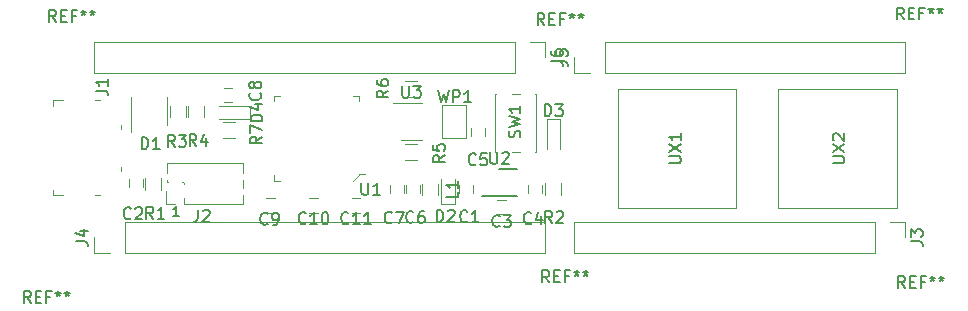
<source format=gto>
G04 #@! TF.GenerationSoftware,KiCad,Pcbnew,5.1.5*
G04 #@! TF.CreationDate,2020-09-28T17:35:44-04:00*
G04 #@! TF.ProjectId,NanoX,4e616e6f-582e-46b6-9963-61645f706362,rev?*
G04 #@! TF.SameCoordinates,Original*
G04 #@! TF.FileFunction,Legend,Top*
G04 #@! TF.FilePolarity,Positive*
%FSLAX46Y46*%
G04 Gerber Fmt 4.6, Leading zero omitted, Abs format (unit mm)*
G04 Created by KiCad (PCBNEW 5.1.5) date 2020-09-28 17:35:44*
%MOMM*%
%LPD*%
G04 APERTURE LIST*
%ADD10C,0.150000*%
%ADD11C,0.120000*%
%ADD12C,0.100000*%
G04 APERTURE END LIST*
D10*
X116052571Y-99421904D02*
X115595428Y-99421904D01*
X115824000Y-99421904D02*
X115824000Y-98621904D01*
X115747809Y-98736190D01*
X115671619Y-98812380D01*
X115595428Y-98850476D01*
D11*
X134857600Y-92974600D02*
X136617600Y-92974600D01*
X136617600Y-89904600D02*
X134187600Y-89904600D01*
D10*
X143205200Y-95496600D02*
X144705200Y-95496600D01*
X141705200Y-97746600D02*
X144705200Y-97746600D01*
D11*
X153242000Y-88726000D02*
X163242000Y-88726000D01*
X153242000Y-98726000D02*
X153242000Y-88726000D01*
X163242000Y-98726000D02*
X153242000Y-98726000D01*
X163242000Y-88726000D02*
X163242000Y-98726000D01*
X149520600Y-87334400D02*
X149520600Y-86004400D01*
X150850600Y-87334400D02*
X149520600Y-87334400D01*
X152120600Y-87334400D02*
X152120600Y-84674400D01*
X152120600Y-84674400D02*
X177580600Y-84674400D01*
X152120600Y-87334400D02*
X177580600Y-87334400D01*
X177580600Y-87334400D02*
X177580600Y-84674400D01*
X176831000Y-98726000D02*
X166831000Y-98726000D01*
X176831000Y-88726000D02*
X176831000Y-98726000D01*
X166831000Y-88726000D02*
X176831000Y-88726000D01*
X166831000Y-98726000D02*
X166831000Y-88726000D01*
X149520600Y-99914400D02*
X149520600Y-102574400D01*
X174980600Y-99914400D02*
X149520600Y-99914400D01*
X174980600Y-102574400D02*
X149520600Y-102574400D01*
X174980600Y-99914400D02*
X174980600Y-102574400D01*
X176250600Y-99914400D02*
X177580600Y-99914400D01*
X177580600Y-99914400D02*
X177580600Y-101244400D01*
X115080000Y-91773000D02*
X115080000Y-89373000D01*
X111980000Y-89373000D02*
X111980000Y-92323000D01*
D12*
X131347800Y-89739600D02*
X131347800Y-89239600D01*
X131347800Y-89239600D02*
X130847800Y-89239600D01*
X124147800Y-89739600D02*
X124147800Y-89239600D01*
X124147800Y-89239600D02*
X124647800Y-89239600D01*
X124647800Y-96439600D02*
X124147800Y-96439600D01*
X124147800Y-96439600D02*
X124147800Y-95939600D01*
X130847800Y-96439600D02*
X131347800Y-95939600D01*
X131347800Y-95939600D02*
X131347800Y-95839600D01*
X131347800Y-95839600D02*
X131847800Y-95839600D01*
D11*
X118180400Y-90084200D02*
X118180400Y-91084200D01*
X116820400Y-91084200D02*
X116820400Y-90084200D01*
X108880600Y-84674400D02*
X108880600Y-87334400D01*
X144500600Y-84674400D02*
X108880600Y-84674400D01*
X144500600Y-87334400D02*
X108880600Y-87334400D01*
X144500600Y-84674400D02*
X144500600Y-87334400D01*
X145770600Y-84674400D02*
X147100600Y-84674400D01*
X147100600Y-84674400D02*
X147100600Y-86004400D01*
X122094400Y-91228000D02*
X119494400Y-91228000D01*
X122094400Y-90128000D02*
X119494400Y-90128000D01*
X122094400Y-91228000D02*
X122094400Y-90128000D01*
X119893600Y-88579400D02*
X120593600Y-88579400D01*
X120593600Y-89779400D02*
X119893600Y-89779400D01*
X124164800Y-99152000D02*
X123464800Y-99152000D01*
X123464800Y-97952000D02*
X124164800Y-97952000D01*
X140344400Y-92840000D02*
X138344400Y-92840000D01*
X140344400Y-90040000D02*
X140344400Y-92840000D01*
X138344400Y-90040000D02*
X140344400Y-90040000D01*
X138344400Y-92840000D02*
X138344400Y-90040000D01*
X142826800Y-89117000D02*
X142926800Y-89117000D01*
X146326800Y-89117000D02*
X146226800Y-89117000D01*
X146226800Y-94017000D02*
X146326800Y-94017000D01*
X142826800Y-94017000D02*
X142926800Y-94017000D01*
X144226800Y-94017000D02*
X144926800Y-94017000D01*
X144226800Y-89117000D02*
X144926800Y-89117000D01*
X142826800Y-89117000D02*
X142826800Y-94017000D01*
X146326800Y-94017000D02*
X146326800Y-89117000D01*
X120802200Y-92831200D02*
X119802200Y-92831200D01*
X119802200Y-91471200D02*
X120802200Y-91471200D01*
X135245400Y-88042200D02*
X136245400Y-88042200D01*
X136245400Y-89402200D02*
X135245400Y-89402200D01*
X136194600Y-94736200D02*
X135194600Y-94736200D01*
X135194600Y-93376200D02*
X136194600Y-93376200D01*
X116681800Y-90094000D02*
X116681800Y-91094000D01*
X115321800Y-91094000D02*
X115321800Y-90094000D01*
X148431800Y-96662800D02*
X148431800Y-97662800D01*
X147071800Y-97662800D02*
X147071800Y-96662800D01*
X113162800Y-97197800D02*
X113162800Y-96197800D01*
X114522800Y-96197800D02*
X114522800Y-97197800D01*
X136683200Y-97698000D02*
X136683200Y-96698000D01*
X138043200Y-96698000D02*
X138043200Y-97698000D01*
X147100600Y-102574400D02*
X147100600Y-99914400D01*
X111480600Y-102574400D02*
X147100600Y-102574400D01*
X111480600Y-99914400D02*
X147100600Y-99914400D01*
X111480600Y-102574400D02*
X111480600Y-99914400D01*
X110210600Y-102574400D02*
X108880600Y-102574400D01*
X108880600Y-102574400D02*
X108880600Y-101244400D01*
X114987800Y-98462800D02*
X114987800Y-97332800D01*
X115747800Y-98462800D02*
X114987800Y-98462800D01*
X115052800Y-95755270D02*
X115052800Y-94932800D01*
X115052800Y-96572800D02*
X115052800Y-96370330D01*
X115184329Y-96572800D02*
X115052800Y-96572800D01*
X116454329Y-96572800D02*
X116311271Y-96572800D01*
X116507800Y-96769329D02*
X116507800Y-96626271D01*
X116507800Y-98462800D02*
X116507800Y-97896271D01*
X115052800Y-94932800D02*
X121522800Y-94932800D01*
X116507800Y-98462800D02*
X121522800Y-98462800D01*
X121522800Y-97025270D02*
X121522800Y-96370330D01*
X121522800Y-95755270D02*
X121522800Y-94932800D01*
X121522800Y-98462800D02*
X121522800Y-97640330D01*
D12*
X109423000Y-97699800D02*
X108923000Y-97699800D01*
X111173000Y-95299800D02*
X111173000Y-95599800D01*
X109423000Y-89599800D02*
X108973000Y-89599800D01*
X111173000Y-91749800D02*
X111173000Y-92049800D01*
X106223000Y-89599800D02*
X105423000Y-89599800D01*
X105423000Y-89599800D02*
X105423000Y-90099800D01*
X105423000Y-97249800D02*
X105423000Y-97699800D01*
X105423000Y-97699800D02*
X106273000Y-97699800D01*
D11*
X148301800Y-91189400D02*
X147201800Y-91189400D01*
X147201800Y-91189400D02*
X147201800Y-93789400D01*
X148301800Y-91189400D02*
X148301800Y-93789400D01*
X138291800Y-98392400D02*
X139431800Y-98392400D01*
X139431800Y-98392400D02*
X139431800Y-96292400D01*
X138291800Y-98392400D02*
X138291800Y-96292400D01*
X130739400Y-97952000D02*
X131439400Y-97952000D01*
X131439400Y-99152000D02*
X130739400Y-99152000D01*
X127807200Y-99152000D02*
X127107200Y-99152000D01*
X127107200Y-97952000D02*
X127807200Y-97952000D01*
X135143800Y-96830400D02*
X135143800Y-97530400D01*
X133943800Y-97530400D02*
X133943800Y-96830400D01*
X136464600Y-96830000D02*
X136464600Y-97530000D01*
X135264600Y-97530000D02*
X135264600Y-96830000D01*
X142001800Y-91968800D02*
X142001800Y-92668800D01*
X140801800Y-92668800D02*
X140801800Y-91968800D01*
X146802400Y-96789800D02*
X146802400Y-97489800D01*
X145602400Y-97489800D02*
X145602400Y-96789800D01*
X143733000Y-99253600D02*
X143033000Y-99253600D01*
X143033000Y-98053600D02*
X143733000Y-98053600D01*
X113045800Y-96297000D02*
X113045800Y-96997000D01*
X111845800Y-96997000D02*
X111845800Y-96297000D01*
X140960400Y-96794800D02*
X140960400Y-97494800D01*
X139760400Y-97494800D02*
X139760400Y-96794800D01*
D10*
X147409066Y-105049580D02*
X147075733Y-104573390D01*
X146837638Y-105049580D02*
X146837638Y-104049580D01*
X147218590Y-104049580D01*
X147313828Y-104097200D01*
X147361447Y-104144819D01*
X147409066Y-104240057D01*
X147409066Y-104382914D01*
X147361447Y-104478152D01*
X147313828Y-104525771D01*
X147218590Y-104573390D01*
X146837638Y-104573390D01*
X147837638Y-104525771D02*
X148170971Y-104525771D01*
X148313828Y-105049580D02*
X147837638Y-105049580D01*
X147837638Y-104049580D01*
X148313828Y-104049580D01*
X149075733Y-104525771D02*
X148742400Y-104525771D01*
X148742400Y-105049580D02*
X148742400Y-104049580D01*
X149218590Y-104049580D01*
X149742400Y-104049580D02*
X149742400Y-104287676D01*
X149504304Y-104192438D02*
X149742400Y-104287676D01*
X149980495Y-104192438D01*
X149599542Y-104478152D02*
X149742400Y-104287676D01*
X149885257Y-104478152D01*
X150504304Y-104049580D02*
X150504304Y-104287676D01*
X150266209Y-104192438D02*
X150504304Y-104287676D01*
X150742400Y-104192438D01*
X150361447Y-104478152D02*
X150504304Y-104287676D01*
X150647161Y-104478152D01*
X147002666Y-83256380D02*
X146669333Y-82780190D01*
X146431238Y-83256380D02*
X146431238Y-82256380D01*
X146812190Y-82256380D01*
X146907428Y-82304000D01*
X146955047Y-82351619D01*
X147002666Y-82446857D01*
X147002666Y-82589714D01*
X146955047Y-82684952D01*
X146907428Y-82732571D01*
X146812190Y-82780190D01*
X146431238Y-82780190D01*
X147431238Y-82732571D02*
X147764571Y-82732571D01*
X147907428Y-83256380D02*
X147431238Y-83256380D01*
X147431238Y-82256380D01*
X147907428Y-82256380D01*
X148669333Y-82732571D02*
X148336000Y-82732571D01*
X148336000Y-83256380D02*
X148336000Y-82256380D01*
X148812190Y-82256380D01*
X149336000Y-82256380D02*
X149336000Y-82494476D01*
X149097904Y-82399238D02*
X149336000Y-82494476D01*
X149574095Y-82399238D01*
X149193142Y-82684952D02*
X149336000Y-82494476D01*
X149478857Y-82684952D01*
X150097904Y-82256380D02*
X150097904Y-82494476D01*
X149859809Y-82399238D02*
X150097904Y-82494476D01*
X150336000Y-82399238D01*
X149955047Y-82684952D02*
X150097904Y-82494476D01*
X150240761Y-82684952D01*
X134975695Y-88416980D02*
X134975695Y-89226504D01*
X135023314Y-89321742D01*
X135070933Y-89369361D01*
X135166171Y-89416980D01*
X135356647Y-89416980D01*
X135451885Y-89369361D01*
X135499504Y-89321742D01*
X135547123Y-89226504D01*
X135547123Y-88416980D01*
X135928076Y-88416980D02*
X136547123Y-88416980D01*
X136213790Y-88797933D01*
X136356647Y-88797933D01*
X136451885Y-88845552D01*
X136499504Y-88893171D01*
X136547123Y-88988409D01*
X136547123Y-89226504D01*
X136499504Y-89321742D01*
X136451885Y-89369361D01*
X136356647Y-89416980D01*
X136070933Y-89416980D01*
X135975695Y-89369361D01*
X135928076Y-89321742D01*
X142443295Y-94023980D02*
X142443295Y-94833504D01*
X142490914Y-94928742D01*
X142538533Y-94976361D01*
X142633771Y-95023980D01*
X142824247Y-95023980D01*
X142919485Y-94976361D01*
X142967104Y-94928742D01*
X143014723Y-94833504D01*
X143014723Y-94023980D01*
X143443295Y-94119219D02*
X143490914Y-94071600D01*
X143586152Y-94023980D01*
X143824247Y-94023980D01*
X143919485Y-94071600D01*
X143967104Y-94119219D01*
X144014723Y-94214457D01*
X144014723Y-94309695D01*
X143967104Y-94452552D01*
X143395676Y-95023980D01*
X144014723Y-95023980D01*
X157567380Y-94964095D02*
X158376904Y-94964095D01*
X158472142Y-94916476D01*
X158519761Y-94868857D01*
X158567380Y-94773619D01*
X158567380Y-94583142D01*
X158519761Y-94487904D01*
X158472142Y-94440285D01*
X158376904Y-94392666D01*
X157567380Y-94392666D01*
X157567380Y-94011714D02*
X158567380Y-93345047D01*
X157567380Y-93345047D02*
X158567380Y-94011714D01*
X158567380Y-92440285D02*
X158567380Y-93011714D01*
X158567380Y-92726000D02*
X157567380Y-92726000D01*
X157710238Y-92821238D01*
X157805476Y-92916476D01*
X157853095Y-93011714D01*
X147972980Y-86337733D02*
X148687266Y-86337733D01*
X148830123Y-86385352D01*
X148925361Y-86480590D01*
X148972980Y-86623447D01*
X148972980Y-86718685D01*
X147972980Y-85385352D02*
X147972980Y-85861542D01*
X148449171Y-85909161D01*
X148401552Y-85861542D01*
X148353933Y-85766304D01*
X148353933Y-85528209D01*
X148401552Y-85432971D01*
X148449171Y-85385352D01*
X148544409Y-85337733D01*
X148782504Y-85337733D01*
X148877742Y-85385352D01*
X148925361Y-85432971D01*
X148972980Y-85528209D01*
X148972980Y-85766304D01*
X148925361Y-85861542D01*
X148877742Y-85909161D01*
X171410380Y-94964095D02*
X172219904Y-94964095D01*
X172315142Y-94916476D01*
X172362761Y-94868857D01*
X172410380Y-94773619D01*
X172410380Y-94583142D01*
X172362761Y-94487904D01*
X172315142Y-94440285D01*
X172219904Y-94392666D01*
X171410380Y-94392666D01*
X171410380Y-94011714D02*
X172410380Y-93345047D01*
X171410380Y-93345047D02*
X172410380Y-94011714D01*
X171505619Y-93011714D02*
X171458000Y-92964095D01*
X171410380Y-92868857D01*
X171410380Y-92630761D01*
X171458000Y-92535523D01*
X171505619Y-92487904D01*
X171600857Y-92440285D01*
X171696095Y-92440285D01*
X171838952Y-92487904D01*
X172410380Y-93059333D01*
X172410380Y-92440285D01*
X178032980Y-101577733D02*
X178747266Y-101577733D01*
X178890123Y-101625352D01*
X178985361Y-101720590D01*
X179032980Y-101863447D01*
X179032980Y-101958685D01*
X178032980Y-101196780D02*
X178032980Y-100577733D01*
X178413933Y-100911066D01*
X178413933Y-100768209D01*
X178461552Y-100672971D01*
X178509171Y-100625352D01*
X178604409Y-100577733D01*
X178842504Y-100577733D01*
X178937742Y-100625352D01*
X178985361Y-100672971D01*
X179032980Y-100768209D01*
X179032980Y-101053923D01*
X178985361Y-101149161D01*
X178937742Y-101196780D01*
X112901504Y-93771980D02*
X112901504Y-92771980D01*
X113139600Y-92771980D01*
X113282457Y-92819600D01*
X113377695Y-92914838D01*
X113425314Y-93010076D01*
X113472933Y-93200552D01*
X113472933Y-93343409D01*
X113425314Y-93533885D01*
X113377695Y-93629123D01*
X113282457Y-93724361D01*
X113139600Y-93771980D01*
X112901504Y-93771980D01*
X114425314Y-93771980D02*
X113853885Y-93771980D01*
X114139600Y-93771980D02*
X114139600Y-92771980D01*
X114044361Y-92914838D01*
X113949123Y-93010076D01*
X113853885Y-93057695D01*
X131521295Y-96632780D02*
X131521295Y-97442304D01*
X131568914Y-97537542D01*
X131616533Y-97585161D01*
X131711771Y-97632780D01*
X131902247Y-97632780D01*
X131997485Y-97585161D01*
X132045104Y-97537542D01*
X132092723Y-97442304D01*
X132092723Y-96632780D01*
X133092723Y-97632780D02*
X132521295Y-97632780D01*
X132807009Y-97632780D02*
X132807009Y-96632780D01*
X132711771Y-96775638D01*
X132616533Y-96870876D01*
X132521295Y-96918495D01*
X117536933Y-93517980D02*
X117203600Y-93041790D01*
X116965504Y-93517980D02*
X116965504Y-92517980D01*
X117346457Y-92517980D01*
X117441695Y-92565600D01*
X117489314Y-92613219D01*
X117536933Y-92708457D01*
X117536933Y-92851314D01*
X117489314Y-92946552D01*
X117441695Y-92994171D01*
X117346457Y-93041790D01*
X116965504Y-93041790D01*
X118394076Y-92851314D02*
X118394076Y-93517980D01*
X118155980Y-92470361D02*
X117917885Y-93184647D01*
X118536933Y-93184647D01*
X147552980Y-86337733D02*
X148267266Y-86337733D01*
X148410123Y-86385352D01*
X148505361Y-86480590D01*
X148552980Y-86623447D01*
X148552980Y-86718685D01*
X147552980Y-85432971D02*
X147552980Y-85623447D01*
X147600600Y-85718685D01*
X147648219Y-85766304D01*
X147791076Y-85861542D01*
X147981552Y-85909161D01*
X148362504Y-85909161D01*
X148457742Y-85861542D01*
X148505361Y-85813923D01*
X148552980Y-85718685D01*
X148552980Y-85528209D01*
X148505361Y-85432971D01*
X148457742Y-85385352D01*
X148362504Y-85337733D01*
X148124409Y-85337733D01*
X148029171Y-85385352D01*
X147981552Y-85432971D01*
X147933933Y-85528209D01*
X147933933Y-85718685D01*
X147981552Y-85813923D01*
X148029171Y-85861542D01*
X148124409Y-85909161D01*
X123134380Y-91416095D02*
X122134380Y-91416095D01*
X122134380Y-91178000D01*
X122182000Y-91035142D01*
X122277238Y-90939904D01*
X122372476Y-90892285D01*
X122562952Y-90844666D01*
X122705809Y-90844666D01*
X122896285Y-90892285D01*
X122991523Y-90939904D01*
X123086761Y-91035142D01*
X123134380Y-91178000D01*
X123134380Y-91416095D01*
X122467714Y-89987523D02*
X123134380Y-89987523D01*
X122086761Y-90225619D02*
X122801047Y-90463714D01*
X122801047Y-89844666D01*
X122937542Y-89015866D02*
X122985161Y-89063485D01*
X123032780Y-89206342D01*
X123032780Y-89301580D01*
X122985161Y-89444438D01*
X122889923Y-89539676D01*
X122794685Y-89587295D01*
X122604209Y-89634914D01*
X122461352Y-89634914D01*
X122270876Y-89587295D01*
X122175638Y-89539676D01*
X122080400Y-89444438D01*
X122032780Y-89301580D01*
X122032780Y-89206342D01*
X122080400Y-89063485D01*
X122128019Y-89015866D01*
X122461352Y-88444438D02*
X122413733Y-88539676D01*
X122366114Y-88587295D01*
X122270876Y-88634914D01*
X122223257Y-88634914D01*
X122128019Y-88587295D01*
X122080400Y-88539676D01*
X122032780Y-88444438D01*
X122032780Y-88253961D01*
X122080400Y-88158723D01*
X122128019Y-88111104D01*
X122223257Y-88063485D01*
X122270876Y-88063485D01*
X122366114Y-88111104D01*
X122413733Y-88158723D01*
X122461352Y-88253961D01*
X122461352Y-88444438D01*
X122508971Y-88539676D01*
X122556590Y-88587295D01*
X122651828Y-88634914D01*
X122842304Y-88634914D01*
X122937542Y-88587295D01*
X122985161Y-88539676D01*
X123032780Y-88444438D01*
X123032780Y-88253961D01*
X122985161Y-88158723D01*
X122937542Y-88111104D01*
X122842304Y-88063485D01*
X122651828Y-88063485D01*
X122556590Y-88111104D01*
X122508971Y-88158723D01*
X122461352Y-88253961D01*
X123582133Y-100077542D02*
X123534514Y-100125161D01*
X123391657Y-100172780D01*
X123296419Y-100172780D01*
X123153561Y-100125161D01*
X123058323Y-100029923D01*
X123010704Y-99934685D01*
X122963085Y-99744209D01*
X122963085Y-99601352D01*
X123010704Y-99410876D01*
X123058323Y-99315638D01*
X123153561Y-99220400D01*
X123296419Y-99172780D01*
X123391657Y-99172780D01*
X123534514Y-99220400D01*
X123582133Y-99268019D01*
X124058323Y-100172780D02*
X124248800Y-100172780D01*
X124344038Y-100125161D01*
X124391657Y-100077542D01*
X124486895Y-99934685D01*
X124534514Y-99744209D01*
X124534514Y-99363257D01*
X124486895Y-99268019D01*
X124439276Y-99220400D01*
X124344038Y-99172780D01*
X124153561Y-99172780D01*
X124058323Y-99220400D01*
X124010704Y-99268019D01*
X123963085Y-99363257D01*
X123963085Y-99601352D01*
X124010704Y-99696590D01*
X124058323Y-99744209D01*
X124153561Y-99791828D01*
X124344038Y-99791828D01*
X124439276Y-99744209D01*
X124486895Y-99696590D01*
X124534514Y-99601352D01*
X138041238Y-88809580D02*
X138279333Y-89809580D01*
X138469809Y-89095295D01*
X138660285Y-89809580D01*
X138898380Y-88809580D01*
X139279333Y-89809580D02*
X139279333Y-88809580D01*
X139660285Y-88809580D01*
X139755523Y-88857200D01*
X139803142Y-88904819D01*
X139850761Y-89000057D01*
X139850761Y-89142914D01*
X139803142Y-89238152D01*
X139755523Y-89285771D01*
X139660285Y-89333390D01*
X139279333Y-89333390D01*
X140803142Y-89809580D02*
X140231714Y-89809580D01*
X140517428Y-89809580D02*
X140517428Y-88809580D01*
X140422190Y-88952438D01*
X140326952Y-89047676D01*
X140231714Y-89095295D01*
X177533466Y-105506780D02*
X177200133Y-105030590D01*
X176962038Y-105506780D02*
X176962038Y-104506780D01*
X177342990Y-104506780D01*
X177438228Y-104554400D01*
X177485847Y-104602019D01*
X177533466Y-104697257D01*
X177533466Y-104840114D01*
X177485847Y-104935352D01*
X177438228Y-104982971D01*
X177342990Y-105030590D01*
X176962038Y-105030590D01*
X177962038Y-104982971D02*
X178295371Y-104982971D01*
X178438228Y-105506780D02*
X177962038Y-105506780D01*
X177962038Y-104506780D01*
X178438228Y-104506780D01*
X179200133Y-104982971D02*
X178866800Y-104982971D01*
X178866800Y-105506780D02*
X178866800Y-104506780D01*
X179342990Y-104506780D01*
X179866800Y-104506780D02*
X179866800Y-104744876D01*
X179628704Y-104649638D02*
X179866800Y-104744876D01*
X180104895Y-104649638D01*
X179723942Y-104935352D02*
X179866800Y-104744876D01*
X180009657Y-104935352D01*
X180628704Y-104506780D02*
X180628704Y-104744876D01*
X180390609Y-104649638D02*
X180628704Y-104744876D01*
X180866800Y-104649638D01*
X180485847Y-104935352D02*
X180628704Y-104744876D01*
X180771561Y-104935352D01*
X177431866Y-82799180D02*
X177098533Y-82322990D01*
X176860438Y-82799180D02*
X176860438Y-81799180D01*
X177241390Y-81799180D01*
X177336628Y-81846800D01*
X177384247Y-81894419D01*
X177431866Y-81989657D01*
X177431866Y-82132514D01*
X177384247Y-82227752D01*
X177336628Y-82275371D01*
X177241390Y-82322990D01*
X176860438Y-82322990D01*
X177860438Y-82275371D02*
X178193771Y-82275371D01*
X178336628Y-82799180D02*
X177860438Y-82799180D01*
X177860438Y-81799180D01*
X178336628Y-81799180D01*
X179098533Y-82275371D02*
X178765200Y-82275371D01*
X178765200Y-82799180D02*
X178765200Y-81799180D01*
X179241390Y-81799180D01*
X179765200Y-81799180D02*
X179765200Y-82037276D01*
X179527104Y-81942038D02*
X179765200Y-82037276D01*
X180003295Y-81942038D01*
X179622342Y-82227752D02*
X179765200Y-82037276D01*
X179908057Y-82227752D01*
X180527104Y-81799180D02*
X180527104Y-82037276D01*
X180289009Y-81942038D02*
X180527104Y-82037276D01*
X180765200Y-81942038D01*
X180384247Y-82227752D02*
X180527104Y-82037276D01*
X180669961Y-82227752D01*
X105651466Y-83002380D02*
X105318133Y-82526190D01*
X105080038Y-83002380D02*
X105080038Y-82002380D01*
X105460990Y-82002380D01*
X105556228Y-82050000D01*
X105603847Y-82097619D01*
X105651466Y-82192857D01*
X105651466Y-82335714D01*
X105603847Y-82430952D01*
X105556228Y-82478571D01*
X105460990Y-82526190D01*
X105080038Y-82526190D01*
X106080038Y-82478571D02*
X106413371Y-82478571D01*
X106556228Y-83002380D02*
X106080038Y-83002380D01*
X106080038Y-82002380D01*
X106556228Y-82002380D01*
X107318133Y-82478571D02*
X106984800Y-82478571D01*
X106984800Y-83002380D02*
X106984800Y-82002380D01*
X107460990Y-82002380D01*
X107984800Y-82002380D02*
X107984800Y-82240476D01*
X107746704Y-82145238D02*
X107984800Y-82240476D01*
X108222895Y-82145238D01*
X107841942Y-82430952D02*
X107984800Y-82240476D01*
X108127657Y-82430952D01*
X108746704Y-82002380D02*
X108746704Y-82240476D01*
X108508609Y-82145238D02*
X108746704Y-82240476D01*
X108984800Y-82145238D01*
X108603847Y-82430952D02*
X108746704Y-82240476D01*
X108889561Y-82430952D01*
X103517866Y-106776780D02*
X103184533Y-106300590D01*
X102946438Y-106776780D02*
X102946438Y-105776780D01*
X103327390Y-105776780D01*
X103422628Y-105824400D01*
X103470247Y-105872019D01*
X103517866Y-105967257D01*
X103517866Y-106110114D01*
X103470247Y-106205352D01*
X103422628Y-106252971D01*
X103327390Y-106300590D01*
X102946438Y-106300590D01*
X103946438Y-106252971D02*
X104279771Y-106252971D01*
X104422628Y-106776780D02*
X103946438Y-106776780D01*
X103946438Y-105776780D01*
X104422628Y-105776780D01*
X105184533Y-106252971D02*
X104851200Y-106252971D01*
X104851200Y-106776780D02*
X104851200Y-105776780D01*
X105327390Y-105776780D01*
X105851200Y-105776780D02*
X105851200Y-106014876D01*
X105613104Y-105919638D02*
X105851200Y-106014876D01*
X106089295Y-105919638D01*
X105708342Y-106205352D02*
X105851200Y-106014876D01*
X105994057Y-106205352D01*
X106613104Y-105776780D02*
X106613104Y-106014876D01*
X106375009Y-105919638D02*
X106613104Y-106014876D01*
X106851200Y-105919638D01*
X106470247Y-106205352D02*
X106613104Y-106014876D01*
X106755961Y-106205352D01*
X144930761Y-92773333D02*
X144978380Y-92630476D01*
X144978380Y-92392380D01*
X144930761Y-92297142D01*
X144883142Y-92249523D01*
X144787904Y-92201904D01*
X144692666Y-92201904D01*
X144597428Y-92249523D01*
X144549809Y-92297142D01*
X144502190Y-92392380D01*
X144454571Y-92582857D01*
X144406952Y-92678095D01*
X144359333Y-92725714D01*
X144264095Y-92773333D01*
X144168857Y-92773333D01*
X144073619Y-92725714D01*
X144026000Y-92678095D01*
X143978380Y-92582857D01*
X143978380Y-92344761D01*
X144026000Y-92201904D01*
X143978380Y-91868571D02*
X144978380Y-91630476D01*
X144264095Y-91440000D01*
X144978380Y-91249523D01*
X143978380Y-91011428D01*
X144978380Y-90106666D02*
X144978380Y-90678095D01*
X144978380Y-90392380D02*
X143978380Y-90392380D01*
X144121238Y-90487619D01*
X144216476Y-90582857D01*
X144264095Y-90678095D01*
X123083580Y-92724266D02*
X122607390Y-93057600D01*
X123083580Y-93295695D02*
X122083580Y-93295695D01*
X122083580Y-92914742D01*
X122131200Y-92819504D01*
X122178819Y-92771885D01*
X122274057Y-92724266D01*
X122416914Y-92724266D01*
X122512152Y-92771885D01*
X122559771Y-92819504D01*
X122607390Y-92914742D01*
X122607390Y-93295695D01*
X122083580Y-92390933D02*
X122083580Y-91724266D01*
X123083580Y-92152838D01*
X133802380Y-88812666D02*
X133326190Y-89146000D01*
X133802380Y-89384095D02*
X132802380Y-89384095D01*
X132802380Y-89003142D01*
X132850000Y-88907904D01*
X132897619Y-88860285D01*
X132992857Y-88812666D01*
X133135714Y-88812666D01*
X133230952Y-88860285D01*
X133278571Y-88907904D01*
X133326190Y-89003142D01*
X133326190Y-89384095D01*
X132802380Y-87955523D02*
X132802380Y-88146000D01*
X132850000Y-88241238D01*
X132897619Y-88288857D01*
X133040476Y-88384095D01*
X133230952Y-88431714D01*
X133611904Y-88431714D01*
X133707142Y-88384095D01*
X133754761Y-88336476D01*
X133802380Y-88241238D01*
X133802380Y-88050761D01*
X133754761Y-87955523D01*
X133707142Y-87907904D01*
X133611904Y-87860285D01*
X133373809Y-87860285D01*
X133278571Y-87907904D01*
X133230952Y-87955523D01*
X133183333Y-88050761D01*
X133183333Y-88241238D01*
X133230952Y-88336476D01*
X133278571Y-88384095D01*
X133373809Y-88431714D01*
X138577580Y-94299066D02*
X138101390Y-94632400D01*
X138577580Y-94870495D02*
X137577580Y-94870495D01*
X137577580Y-94489542D01*
X137625200Y-94394304D01*
X137672819Y-94346685D01*
X137768057Y-94299066D01*
X137910914Y-94299066D01*
X138006152Y-94346685D01*
X138053771Y-94394304D01*
X138101390Y-94489542D01*
X138101390Y-94870495D01*
X137577580Y-93394304D02*
X137577580Y-93870495D01*
X138053771Y-93918114D01*
X138006152Y-93870495D01*
X137958533Y-93775257D01*
X137958533Y-93537161D01*
X138006152Y-93441923D01*
X138053771Y-93394304D01*
X138149009Y-93346685D01*
X138387104Y-93346685D01*
X138482342Y-93394304D01*
X138529961Y-93441923D01*
X138577580Y-93537161D01*
X138577580Y-93775257D01*
X138529961Y-93870495D01*
X138482342Y-93918114D01*
X115708133Y-93568780D02*
X115374800Y-93092590D01*
X115136704Y-93568780D02*
X115136704Y-92568780D01*
X115517657Y-92568780D01*
X115612895Y-92616400D01*
X115660514Y-92664019D01*
X115708133Y-92759257D01*
X115708133Y-92902114D01*
X115660514Y-92997352D01*
X115612895Y-93044971D01*
X115517657Y-93092590D01*
X115136704Y-93092590D01*
X116041466Y-92568780D02*
X116660514Y-92568780D01*
X116327180Y-92949733D01*
X116470038Y-92949733D01*
X116565276Y-92997352D01*
X116612895Y-93044971D01*
X116660514Y-93140209D01*
X116660514Y-93378304D01*
X116612895Y-93473542D01*
X116565276Y-93521161D01*
X116470038Y-93568780D01*
X116184323Y-93568780D01*
X116089085Y-93521161D01*
X116041466Y-93473542D01*
X147661333Y-100020380D02*
X147328000Y-99544190D01*
X147089904Y-100020380D02*
X147089904Y-99020380D01*
X147470857Y-99020380D01*
X147566095Y-99068000D01*
X147613714Y-99115619D01*
X147661333Y-99210857D01*
X147661333Y-99353714D01*
X147613714Y-99448952D01*
X147566095Y-99496571D01*
X147470857Y-99544190D01*
X147089904Y-99544190D01*
X148042285Y-99115619D02*
X148089904Y-99068000D01*
X148185142Y-99020380D01*
X148423238Y-99020380D01*
X148518476Y-99068000D01*
X148566095Y-99115619D01*
X148613714Y-99210857D01*
X148613714Y-99306095D01*
X148566095Y-99448952D01*
X147994666Y-100020380D01*
X148613714Y-100020380D01*
X113879333Y-99664780D02*
X113546000Y-99188590D01*
X113307904Y-99664780D02*
X113307904Y-98664780D01*
X113688857Y-98664780D01*
X113784095Y-98712400D01*
X113831714Y-98760019D01*
X113879333Y-98855257D01*
X113879333Y-98998114D01*
X113831714Y-99093352D01*
X113784095Y-99140971D01*
X113688857Y-99188590D01*
X113307904Y-99188590D01*
X114831714Y-99664780D02*
X114260285Y-99664780D01*
X114546000Y-99664780D02*
X114546000Y-98664780D01*
X114450761Y-98807638D01*
X114355523Y-98902876D01*
X114260285Y-98950495D01*
X139715580Y-97364666D02*
X139715580Y-97840857D01*
X138715580Y-97840857D01*
X139715580Y-96507523D02*
X139715580Y-97078952D01*
X139715580Y-96793238D02*
X138715580Y-96793238D01*
X138858438Y-96888476D01*
X138953676Y-96983714D01*
X139001295Y-97078952D01*
X107332980Y-101577733D02*
X108047266Y-101577733D01*
X108190123Y-101625352D01*
X108285361Y-101720590D01*
X108332980Y-101863447D01*
X108332980Y-101958685D01*
X107666314Y-100672971D02*
X108332980Y-100672971D01*
X107285361Y-100911066D02*
X107999647Y-101149161D01*
X107999647Y-100530114D01*
X117675066Y-98918780D02*
X117675066Y-99633066D01*
X117627447Y-99775923D01*
X117532209Y-99871161D01*
X117389352Y-99918780D01*
X117294114Y-99918780D01*
X118103638Y-99014019D02*
X118151257Y-98966400D01*
X118246495Y-98918780D01*
X118484590Y-98918780D01*
X118579828Y-98966400D01*
X118627447Y-99014019D01*
X118675066Y-99109257D01*
X118675066Y-99204495D01*
X118627447Y-99347352D01*
X118056019Y-99918780D01*
X118675066Y-99918780D01*
X109027980Y-88826933D02*
X109742266Y-88826933D01*
X109885123Y-88874552D01*
X109980361Y-88969790D01*
X110027980Y-89112647D01*
X110027980Y-89207885D01*
X110027980Y-87826933D02*
X110027980Y-88398361D01*
X110027980Y-88112647D02*
X109027980Y-88112647D01*
X109170838Y-88207885D01*
X109266076Y-88303123D01*
X109313695Y-88398361D01*
X147039104Y-90977980D02*
X147039104Y-89977980D01*
X147277200Y-89977980D01*
X147420057Y-90025600D01*
X147515295Y-90120838D01*
X147562914Y-90216076D01*
X147610533Y-90406552D01*
X147610533Y-90549409D01*
X147562914Y-90739885D01*
X147515295Y-90835123D01*
X147420057Y-90930361D01*
X147277200Y-90977980D01*
X147039104Y-90977980D01*
X147943866Y-89977980D02*
X148562914Y-89977980D01*
X148229580Y-90358933D01*
X148372438Y-90358933D01*
X148467676Y-90406552D01*
X148515295Y-90454171D01*
X148562914Y-90549409D01*
X148562914Y-90787504D01*
X148515295Y-90882742D01*
X148467676Y-90930361D01*
X148372438Y-90977980D01*
X148086723Y-90977980D01*
X147991485Y-90930361D01*
X147943866Y-90882742D01*
X137895104Y-99918780D02*
X137895104Y-98918780D01*
X138133200Y-98918780D01*
X138276057Y-98966400D01*
X138371295Y-99061638D01*
X138418914Y-99156876D01*
X138466533Y-99347352D01*
X138466533Y-99490209D01*
X138418914Y-99680685D01*
X138371295Y-99775923D01*
X138276057Y-99871161D01*
X138133200Y-99918780D01*
X137895104Y-99918780D01*
X138847485Y-99014019D02*
X138895104Y-98966400D01*
X138990342Y-98918780D01*
X139228438Y-98918780D01*
X139323676Y-98966400D01*
X139371295Y-99014019D01*
X139418914Y-99109257D01*
X139418914Y-99204495D01*
X139371295Y-99347352D01*
X138799866Y-99918780D01*
X139418914Y-99918780D01*
X130421142Y-100026742D02*
X130373523Y-100074361D01*
X130230666Y-100121980D01*
X130135428Y-100121980D01*
X129992571Y-100074361D01*
X129897333Y-99979123D01*
X129849714Y-99883885D01*
X129802095Y-99693409D01*
X129802095Y-99550552D01*
X129849714Y-99360076D01*
X129897333Y-99264838D01*
X129992571Y-99169600D01*
X130135428Y-99121980D01*
X130230666Y-99121980D01*
X130373523Y-99169600D01*
X130421142Y-99217219D01*
X131373523Y-100121980D02*
X130802095Y-100121980D01*
X131087809Y-100121980D02*
X131087809Y-99121980D01*
X130992571Y-99264838D01*
X130897333Y-99360076D01*
X130802095Y-99407695D01*
X132325904Y-100121980D02*
X131754476Y-100121980D01*
X132040190Y-100121980D02*
X132040190Y-99121980D01*
X131944952Y-99264838D01*
X131849714Y-99360076D01*
X131754476Y-99407695D01*
X126814342Y-100026742D02*
X126766723Y-100074361D01*
X126623866Y-100121980D01*
X126528628Y-100121980D01*
X126385771Y-100074361D01*
X126290533Y-99979123D01*
X126242914Y-99883885D01*
X126195295Y-99693409D01*
X126195295Y-99550552D01*
X126242914Y-99360076D01*
X126290533Y-99264838D01*
X126385771Y-99169600D01*
X126528628Y-99121980D01*
X126623866Y-99121980D01*
X126766723Y-99169600D01*
X126814342Y-99217219D01*
X127766723Y-100121980D02*
X127195295Y-100121980D01*
X127481009Y-100121980D02*
X127481009Y-99121980D01*
X127385771Y-99264838D01*
X127290533Y-99360076D01*
X127195295Y-99407695D01*
X128385771Y-99121980D02*
X128481009Y-99121980D01*
X128576247Y-99169600D01*
X128623866Y-99217219D01*
X128671485Y-99312457D01*
X128719104Y-99502933D01*
X128719104Y-99741028D01*
X128671485Y-99931504D01*
X128623866Y-100026742D01*
X128576247Y-100074361D01*
X128481009Y-100121980D01*
X128385771Y-100121980D01*
X128290533Y-100074361D01*
X128242914Y-100026742D01*
X128195295Y-99931504D01*
X128147676Y-99741028D01*
X128147676Y-99502933D01*
X128195295Y-99312457D01*
X128242914Y-99217219D01*
X128290533Y-99169600D01*
X128385771Y-99121980D01*
X134097733Y-99975942D02*
X134050114Y-100023561D01*
X133907257Y-100071180D01*
X133812019Y-100071180D01*
X133669161Y-100023561D01*
X133573923Y-99928323D01*
X133526304Y-99833085D01*
X133478685Y-99642609D01*
X133478685Y-99499752D01*
X133526304Y-99309276D01*
X133573923Y-99214038D01*
X133669161Y-99118800D01*
X133812019Y-99071180D01*
X133907257Y-99071180D01*
X134050114Y-99118800D01*
X134097733Y-99166419D01*
X134431066Y-99071180D02*
X135097733Y-99071180D01*
X134669161Y-100071180D01*
X135926533Y-99925142D02*
X135878914Y-99972761D01*
X135736057Y-100020380D01*
X135640819Y-100020380D01*
X135497961Y-99972761D01*
X135402723Y-99877523D01*
X135355104Y-99782285D01*
X135307485Y-99591809D01*
X135307485Y-99448952D01*
X135355104Y-99258476D01*
X135402723Y-99163238D01*
X135497961Y-99068000D01*
X135640819Y-99020380D01*
X135736057Y-99020380D01*
X135878914Y-99068000D01*
X135926533Y-99115619D01*
X136783676Y-99020380D02*
X136593200Y-99020380D01*
X136497961Y-99068000D01*
X136450342Y-99115619D01*
X136355104Y-99258476D01*
X136307485Y-99448952D01*
X136307485Y-99829904D01*
X136355104Y-99925142D01*
X136402723Y-99972761D01*
X136497961Y-100020380D01*
X136688438Y-100020380D01*
X136783676Y-99972761D01*
X136831295Y-99925142D01*
X136878914Y-99829904D01*
X136878914Y-99591809D01*
X136831295Y-99496571D01*
X136783676Y-99448952D01*
X136688438Y-99401333D01*
X136497961Y-99401333D01*
X136402723Y-99448952D01*
X136355104Y-99496571D01*
X136307485Y-99591809D01*
X141209733Y-95048342D02*
X141162114Y-95095961D01*
X141019257Y-95143580D01*
X140924019Y-95143580D01*
X140781161Y-95095961D01*
X140685923Y-95000723D01*
X140638304Y-94905485D01*
X140590685Y-94715009D01*
X140590685Y-94572152D01*
X140638304Y-94381676D01*
X140685923Y-94286438D01*
X140781161Y-94191200D01*
X140924019Y-94143580D01*
X141019257Y-94143580D01*
X141162114Y-94191200D01*
X141209733Y-94238819D01*
X142114495Y-94143580D02*
X141638304Y-94143580D01*
X141590685Y-94619771D01*
X141638304Y-94572152D01*
X141733542Y-94524533D01*
X141971638Y-94524533D01*
X142066876Y-94572152D01*
X142114495Y-94619771D01*
X142162114Y-94715009D01*
X142162114Y-94953104D01*
X142114495Y-95048342D01*
X142066876Y-95095961D01*
X141971638Y-95143580D01*
X141733542Y-95143580D01*
X141638304Y-95095961D01*
X141590685Y-95048342D01*
X145883333Y-100026742D02*
X145835714Y-100074361D01*
X145692857Y-100121980D01*
X145597619Y-100121980D01*
X145454761Y-100074361D01*
X145359523Y-99979123D01*
X145311904Y-99883885D01*
X145264285Y-99693409D01*
X145264285Y-99550552D01*
X145311904Y-99360076D01*
X145359523Y-99264838D01*
X145454761Y-99169600D01*
X145597619Y-99121980D01*
X145692857Y-99121980D01*
X145835714Y-99169600D01*
X145883333Y-99217219D01*
X146740476Y-99455314D02*
X146740476Y-100121980D01*
X146502380Y-99074361D02*
X146264285Y-99788647D01*
X146883333Y-99788647D01*
X143216333Y-100260742D02*
X143168714Y-100308361D01*
X143025857Y-100355980D01*
X142930619Y-100355980D01*
X142787761Y-100308361D01*
X142692523Y-100213123D01*
X142644904Y-100117885D01*
X142597285Y-99927409D01*
X142597285Y-99784552D01*
X142644904Y-99594076D01*
X142692523Y-99498838D01*
X142787761Y-99403600D01*
X142930619Y-99355980D01*
X143025857Y-99355980D01*
X143168714Y-99403600D01*
X143216333Y-99451219D01*
X143549666Y-99355980D02*
X144168714Y-99355980D01*
X143835380Y-99736933D01*
X143978238Y-99736933D01*
X144073476Y-99784552D01*
X144121095Y-99832171D01*
X144168714Y-99927409D01*
X144168714Y-100165504D01*
X144121095Y-100260742D01*
X144073476Y-100308361D01*
X143978238Y-100355980D01*
X143692523Y-100355980D01*
X143597285Y-100308361D01*
X143549666Y-100260742D01*
X111999733Y-99620342D02*
X111952114Y-99667961D01*
X111809257Y-99715580D01*
X111714019Y-99715580D01*
X111571161Y-99667961D01*
X111475923Y-99572723D01*
X111428304Y-99477485D01*
X111380685Y-99287009D01*
X111380685Y-99144152D01*
X111428304Y-98953676D01*
X111475923Y-98858438D01*
X111571161Y-98763200D01*
X111714019Y-98715580D01*
X111809257Y-98715580D01*
X111952114Y-98763200D01*
X111999733Y-98810819D01*
X112380685Y-98810819D02*
X112428304Y-98763200D01*
X112523542Y-98715580D01*
X112761638Y-98715580D01*
X112856876Y-98763200D01*
X112904495Y-98810819D01*
X112952114Y-98906057D01*
X112952114Y-99001295D01*
X112904495Y-99144152D01*
X112333066Y-99715580D01*
X112952114Y-99715580D01*
X140498533Y-99874342D02*
X140450914Y-99921961D01*
X140308057Y-99969580D01*
X140212819Y-99969580D01*
X140069961Y-99921961D01*
X139974723Y-99826723D01*
X139927104Y-99731485D01*
X139879485Y-99541009D01*
X139879485Y-99398152D01*
X139927104Y-99207676D01*
X139974723Y-99112438D01*
X140069961Y-99017200D01*
X140212819Y-98969580D01*
X140308057Y-98969580D01*
X140450914Y-99017200D01*
X140498533Y-99064819D01*
X141450914Y-99969580D02*
X140879485Y-99969580D01*
X141165200Y-99969580D02*
X141165200Y-98969580D01*
X141069961Y-99112438D01*
X140974723Y-99207676D01*
X140879485Y-99255295D01*
M02*

</source>
